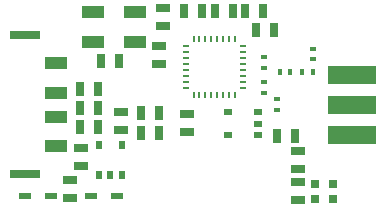
<source format=gtp>
G04 (created by PCBNEW (2013-07-07 BZR 4022)-stable) date 2015/9/10 11:53:31*
%MOIN*%
G04 Gerber Fmt 3.4, Leading zero omitted, Abs format*
%FSLAX34Y34*%
G01*
G70*
G90*
G04 APERTURE LIST*
%ADD10C,0.00590551*%
%ADD11R,0.045X0.025*%
%ADD12R,0.025X0.045*%
%ADD13R,0.16X0.06*%
%ADD14R,0.0748X0.0433*%
%ADD15R,0.0236X0.0098*%
%ADD16R,0.0098X0.0236*%
%ADD17R,0.02X0.03*%
%ADD18R,0.03X0.02*%
%ADD19R,0.0394X0.0236*%
%ADD20R,0.0314X0.0314*%
%ADD21R,0.0768X0.0402*%
%ADD22R,0.1024X0.0315*%
%ADD23R,0.0236X0.0157*%
%ADD24R,0.0157X0.0236*%
G04 APERTURE END LIST*
G54D10*
G54D11*
X10236Y-5694D03*
X10236Y-5094D03*
X10236Y-6717D03*
X10236Y-6117D03*
G54D12*
X5615Y-3819D03*
X5015Y-3819D03*
X8480Y-433D03*
X9080Y-433D03*
X5615Y-4488D03*
X5015Y-4488D03*
X3568Y-3031D03*
X2968Y-3031D03*
X3568Y-3661D03*
X2968Y-3661D03*
G54D11*
X2638Y-6039D03*
X2638Y-6639D03*
G54D13*
X12028Y-3543D03*
X12028Y-2543D03*
X12028Y-4543D03*
G54D14*
X3385Y-453D03*
X4803Y-453D03*
X3385Y-1437D03*
X4803Y-1437D03*
G54D15*
X6495Y-1593D03*
X6495Y-1790D03*
X6495Y-1987D03*
X6495Y-2184D03*
X6495Y-2380D03*
X6495Y-2577D03*
X6495Y-2774D03*
X6495Y-2971D03*
G54D16*
X7537Y-3227D03*
X7733Y-3227D03*
X7930Y-3227D03*
X8127Y-3227D03*
X6750Y-3227D03*
X6947Y-3227D03*
X7144Y-3227D03*
X7340Y-3227D03*
G54D15*
X8383Y-2969D03*
X8384Y-2772D03*
X8384Y-2576D03*
X8384Y-2379D03*
X8384Y-2182D03*
X8384Y-1985D03*
X8384Y-1788D03*
X8384Y-1591D03*
G54D16*
X8128Y-1336D03*
X7931Y-1336D03*
X7734Y-1336D03*
X7538Y-1336D03*
X7341Y-1336D03*
X7144Y-1336D03*
X6947Y-1336D03*
X6750Y-1336D03*
G54D17*
X3601Y-5894D03*
X4351Y-5894D03*
X3601Y-4894D03*
X3976Y-5894D03*
X4351Y-4894D03*
G54D18*
X8886Y-4548D03*
X8886Y-3798D03*
X7886Y-4548D03*
X8886Y-4173D03*
X7886Y-3798D03*
G54D11*
X2992Y-5576D03*
X2992Y-4976D03*
X4331Y-4394D03*
X4331Y-3794D03*
G54D12*
X3568Y-4291D03*
X2968Y-4291D03*
X7456Y-433D03*
X8056Y-433D03*
X7032Y-433D03*
X6432Y-433D03*
X3676Y-2087D03*
X4276Y-2087D03*
G54D11*
X5748Y-330D03*
X5748Y-930D03*
X5591Y-1590D03*
X5591Y-2190D03*
X6535Y-3834D03*
X6535Y-4434D03*
G54D12*
X8834Y-1063D03*
X9434Y-1063D03*
G54D19*
X2008Y-6575D03*
X1142Y-6575D03*
X3347Y-6575D03*
X4213Y-6575D03*
G54D20*
X10807Y-6181D03*
X11397Y-6181D03*
X10807Y-6693D03*
X11397Y-6693D03*
G54D21*
X2165Y-3149D03*
X2165Y-3937D03*
X2165Y-2165D03*
X2165Y-4921D03*
G54D22*
X1132Y-1232D03*
X1117Y-5854D03*
G54D23*
X9547Y-3366D03*
X9547Y-3720D03*
G54D24*
X10728Y-2441D03*
X10374Y-2441D03*
G54D23*
X10748Y-2027D03*
X10748Y-1673D03*
X9094Y-1949D03*
X9094Y-2303D03*
G54D24*
X9980Y-2441D03*
X9626Y-2441D03*
G54D23*
X9094Y-3149D03*
X9094Y-2795D03*
G54D12*
X9543Y-4567D03*
X10143Y-4567D03*
M02*

</source>
